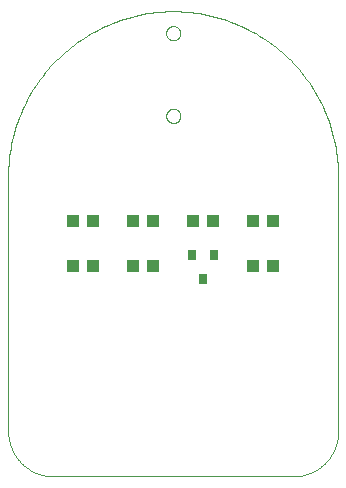
<source format=gtp>
G75*
%MOIN*%
%OFA0B0*%
%FSLAX25Y25*%
%IPPOS*%
%LPD*%
%AMOC8*
5,1,8,0,0,1.08239X$1,22.5*
%
%ADD10R,0.03150X0.03543*%
%ADD11R,0.04331X0.03937*%
%ADD12C,0.00000*%
D10*
X0068060Y0092943D03*
X0071800Y0084675D03*
X0075540Y0092943D03*
D11*
X0075146Y0104006D03*
X0068454Y0104006D03*
X0055146Y0104006D03*
X0048454Y0104006D03*
X0048454Y0089006D03*
X0055146Y0089006D03*
X0035146Y0089006D03*
X0028454Y0089006D03*
X0028454Y0104006D03*
X0035146Y0104006D03*
X0088454Y0104006D03*
X0095146Y0104006D03*
X0095146Y0089006D03*
X0088454Y0089006D03*
D12*
X0101800Y0019006D02*
X0021800Y0019006D01*
X0021438Y0019010D01*
X0021075Y0019024D01*
X0020713Y0019045D01*
X0020352Y0019076D01*
X0019992Y0019115D01*
X0019633Y0019163D01*
X0019275Y0019220D01*
X0018918Y0019285D01*
X0018563Y0019359D01*
X0018210Y0019442D01*
X0017859Y0019533D01*
X0017511Y0019632D01*
X0017165Y0019740D01*
X0016821Y0019856D01*
X0016481Y0019981D01*
X0016144Y0020113D01*
X0015810Y0020254D01*
X0015479Y0020403D01*
X0015152Y0020560D01*
X0014829Y0020724D01*
X0014510Y0020896D01*
X0014196Y0021076D01*
X0013885Y0021264D01*
X0013580Y0021459D01*
X0013279Y0021661D01*
X0012983Y0021871D01*
X0012693Y0022087D01*
X0012407Y0022311D01*
X0012127Y0022541D01*
X0011853Y0022778D01*
X0011585Y0023022D01*
X0011322Y0023272D01*
X0011066Y0023528D01*
X0010816Y0023791D01*
X0010572Y0024059D01*
X0010335Y0024333D01*
X0010105Y0024613D01*
X0009881Y0024899D01*
X0009665Y0025189D01*
X0009455Y0025485D01*
X0009253Y0025786D01*
X0009058Y0026091D01*
X0008870Y0026402D01*
X0008690Y0026716D01*
X0008518Y0027035D01*
X0008354Y0027358D01*
X0008197Y0027685D01*
X0008048Y0028016D01*
X0007907Y0028350D01*
X0007775Y0028687D01*
X0007650Y0029027D01*
X0007534Y0029371D01*
X0007426Y0029717D01*
X0007327Y0030065D01*
X0007236Y0030416D01*
X0007153Y0030769D01*
X0007079Y0031124D01*
X0007014Y0031481D01*
X0006957Y0031839D01*
X0006909Y0032198D01*
X0006870Y0032558D01*
X0006839Y0032919D01*
X0006818Y0033281D01*
X0006804Y0033644D01*
X0006800Y0034006D01*
X0006800Y0119006D01*
X0006816Y0120345D01*
X0006865Y0121684D01*
X0006947Y0123021D01*
X0007061Y0124355D01*
X0007207Y0125687D01*
X0007386Y0127014D01*
X0007597Y0128337D01*
X0007841Y0129654D01*
X0008116Y0130965D01*
X0008423Y0132268D01*
X0008762Y0133564D01*
X0009132Y0134851D01*
X0009533Y0136129D01*
X0009966Y0137397D01*
X0010429Y0138654D01*
X0010923Y0139899D01*
X0011447Y0141132D01*
X0012000Y0142351D01*
X0012584Y0143557D01*
X0013196Y0144748D01*
X0013837Y0145924D01*
X0014507Y0147084D01*
X0015205Y0148227D01*
X0015930Y0149353D01*
X0016683Y0150461D01*
X0017462Y0151551D01*
X0018268Y0152621D01*
X0019099Y0153671D01*
X0019956Y0154700D01*
X0020838Y0155709D01*
X0021743Y0156695D01*
X0022673Y0157659D01*
X0023626Y0158601D01*
X0024601Y0159519D01*
X0025599Y0160412D01*
X0026618Y0161282D01*
X0027658Y0162126D01*
X0028718Y0162944D01*
X0029798Y0163737D01*
X0030896Y0164503D01*
X0032014Y0165242D01*
X0033148Y0165954D01*
X0034300Y0166637D01*
X0035468Y0167293D01*
X0036652Y0167920D01*
X0037850Y0168518D01*
X0039063Y0169086D01*
X0040289Y0169625D01*
X0041528Y0170134D01*
X0042779Y0170612D01*
X0044042Y0171060D01*
X0045314Y0171477D01*
X0046597Y0171863D01*
X0047889Y0172218D01*
X0049189Y0172541D01*
X0050496Y0172832D01*
X0051810Y0173091D01*
X0053130Y0173318D01*
X0054455Y0173513D01*
X0055785Y0173676D01*
X0057118Y0173806D01*
X0058453Y0173904D01*
X0059791Y0173969D01*
X0061130Y0174002D01*
X0062470Y0174002D01*
X0063809Y0173969D01*
X0065147Y0173904D01*
X0066482Y0173806D01*
X0067815Y0173676D01*
X0069145Y0173513D01*
X0070470Y0173318D01*
X0071790Y0173091D01*
X0073104Y0172832D01*
X0074411Y0172541D01*
X0075711Y0172218D01*
X0077003Y0171863D01*
X0078286Y0171477D01*
X0079558Y0171060D01*
X0080821Y0170612D01*
X0082072Y0170134D01*
X0083311Y0169625D01*
X0084537Y0169086D01*
X0085750Y0168518D01*
X0086948Y0167920D01*
X0088132Y0167293D01*
X0089300Y0166637D01*
X0090452Y0165954D01*
X0091586Y0165242D01*
X0092704Y0164503D01*
X0093802Y0163737D01*
X0094882Y0162944D01*
X0095942Y0162126D01*
X0096982Y0161282D01*
X0098001Y0160412D01*
X0098999Y0159519D01*
X0099974Y0158601D01*
X0100927Y0157659D01*
X0101857Y0156695D01*
X0102762Y0155709D01*
X0103644Y0154700D01*
X0104501Y0153671D01*
X0105332Y0152621D01*
X0106138Y0151551D01*
X0106917Y0150461D01*
X0107670Y0149353D01*
X0108395Y0148227D01*
X0109093Y0147084D01*
X0109763Y0145924D01*
X0110404Y0144748D01*
X0111016Y0143557D01*
X0111600Y0142351D01*
X0112153Y0141132D01*
X0112677Y0139899D01*
X0113171Y0138654D01*
X0113634Y0137397D01*
X0114067Y0136129D01*
X0114468Y0134851D01*
X0114838Y0133564D01*
X0115177Y0132268D01*
X0115484Y0130965D01*
X0115759Y0129654D01*
X0116003Y0128337D01*
X0116214Y0127014D01*
X0116393Y0125687D01*
X0116539Y0124355D01*
X0116653Y0123021D01*
X0116735Y0121684D01*
X0116784Y0120345D01*
X0116800Y0119006D01*
X0116800Y0034006D01*
X0116796Y0033644D01*
X0116782Y0033281D01*
X0116761Y0032919D01*
X0116730Y0032558D01*
X0116691Y0032198D01*
X0116643Y0031839D01*
X0116586Y0031481D01*
X0116521Y0031124D01*
X0116447Y0030769D01*
X0116364Y0030416D01*
X0116273Y0030065D01*
X0116174Y0029717D01*
X0116066Y0029371D01*
X0115950Y0029027D01*
X0115825Y0028687D01*
X0115693Y0028350D01*
X0115552Y0028016D01*
X0115403Y0027685D01*
X0115246Y0027358D01*
X0115082Y0027035D01*
X0114910Y0026716D01*
X0114730Y0026402D01*
X0114542Y0026091D01*
X0114347Y0025786D01*
X0114145Y0025485D01*
X0113935Y0025189D01*
X0113719Y0024899D01*
X0113495Y0024613D01*
X0113265Y0024333D01*
X0113028Y0024059D01*
X0112784Y0023791D01*
X0112534Y0023528D01*
X0112278Y0023272D01*
X0112015Y0023022D01*
X0111747Y0022778D01*
X0111473Y0022541D01*
X0111193Y0022311D01*
X0110907Y0022087D01*
X0110617Y0021871D01*
X0110321Y0021661D01*
X0110020Y0021459D01*
X0109715Y0021264D01*
X0109404Y0021076D01*
X0109090Y0020896D01*
X0108771Y0020724D01*
X0108448Y0020560D01*
X0108121Y0020403D01*
X0107790Y0020254D01*
X0107456Y0020113D01*
X0107119Y0019981D01*
X0106779Y0019856D01*
X0106435Y0019740D01*
X0106089Y0019632D01*
X0105741Y0019533D01*
X0105390Y0019442D01*
X0105037Y0019359D01*
X0104682Y0019285D01*
X0104325Y0019220D01*
X0103967Y0019163D01*
X0103608Y0019115D01*
X0103248Y0019076D01*
X0102887Y0019045D01*
X0102525Y0019024D01*
X0102162Y0019010D01*
X0101800Y0019006D01*
X0059438Y0139163D02*
X0059440Y0139260D01*
X0059446Y0139357D01*
X0059456Y0139453D01*
X0059470Y0139549D01*
X0059488Y0139645D01*
X0059509Y0139739D01*
X0059535Y0139833D01*
X0059564Y0139925D01*
X0059598Y0140016D01*
X0059634Y0140106D01*
X0059675Y0140194D01*
X0059719Y0140280D01*
X0059767Y0140365D01*
X0059818Y0140447D01*
X0059872Y0140528D01*
X0059930Y0140606D01*
X0059991Y0140681D01*
X0060054Y0140754D01*
X0060121Y0140825D01*
X0060191Y0140892D01*
X0060263Y0140957D01*
X0060338Y0141018D01*
X0060416Y0141077D01*
X0060495Y0141132D01*
X0060577Y0141184D01*
X0060661Y0141232D01*
X0060747Y0141277D01*
X0060835Y0141319D01*
X0060924Y0141357D01*
X0061015Y0141391D01*
X0061107Y0141421D01*
X0061200Y0141448D01*
X0061295Y0141470D01*
X0061390Y0141489D01*
X0061486Y0141504D01*
X0061582Y0141515D01*
X0061679Y0141522D01*
X0061776Y0141525D01*
X0061873Y0141524D01*
X0061970Y0141519D01*
X0062066Y0141510D01*
X0062162Y0141497D01*
X0062258Y0141480D01*
X0062353Y0141459D01*
X0062446Y0141435D01*
X0062539Y0141406D01*
X0062631Y0141374D01*
X0062721Y0141338D01*
X0062809Y0141299D01*
X0062896Y0141255D01*
X0062981Y0141209D01*
X0063064Y0141158D01*
X0063145Y0141105D01*
X0063223Y0141048D01*
X0063300Y0140988D01*
X0063373Y0140925D01*
X0063444Y0140859D01*
X0063512Y0140790D01*
X0063578Y0140718D01*
X0063640Y0140644D01*
X0063699Y0140567D01*
X0063755Y0140488D01*
X0063808Y0140406D01*
X0063858Y0140323D01*
X0063903Y0140237D01*
X0063946Y0140150D01*
X0063985Y0140061D01*
X0064020Y0139971D01*
X0064051Y0139879D01*
X0064078Y0139786D01*
X0064102Y0139692D01*
X0064122Y0139597D01*
X0064138Y0139501D01*
X0064150Y0139405D01*
X0064158Y0139308D01*
X0064162Y0139211D01*
X0064162Y0139115D01*
X0064158Y0139018D01*
X0064150Y0138921D01*
X0064138Y0138825D01*
X0064122Y0138729D01*
X0064102Y0138634D01*
X0064078Y0138540D01*
X0064051Y0138447D01*
X0064020Y0138355D01*
X0063985Y0138265D01*
X0063946Y0138176D01*
X0063903Y0138089D01*
X0063858Y0138003D01*
X0063808Y0137920D01*
X0063755Y0137838D01*
X0063699Y0137759D01*
X0063640Y0137682D01*
X0063578Y0137608D01*
X0063512Y0137536D01*
X0063444Y0137467D01*
X0063373Y0137401D01*
X0063300Y0137338D01*
X0063223Y0137278D01*
X0063145Y0137221D01*
X0063064Y0137168D01*
X0062981Y0137117D01*
X0062896Y0137071D01*
X0062809Y0137027D01*
X0062721Y0136988D01*
X0062631Y0136952D01*
X0062539Y0136920D01*
X0062446Y0136891D01*
X0062353Y0136867D01*
X0062258Y0136846D01*
X0062162Y0136829D01*
X0062066Y0136816D01*
X0061970Y0136807D01*
X0061873Y0136802D01*
X0061776Y0136801D01*
X0061679Y0136804D01*
X0061582Y0136811D01*
X0061486Y0136822D01*
X0061390Y0136837D01*
X0061295Y0136856D01*
X0061200Y0136878D01*
X0061107Y0136905D01*
X0061015Y0136935D01*
X0060924Y0136969D01*
X0060835Y0137007D01*
X0060747Y0137049D01*
X0060661Y0137094D01*
X0060577Y0137142D01*
X0060495Y0137194D01*
X0060416Y0137249D01*
X0060338Y0137308D01*
X0060263Y0137369D01*
X0060191Y0137434D01*
X0060121Y0137501D01*
X0060054Y0137572D01*
X0059991Y0137645D01*
X0059930Y0137720D01*
X0059872Y0137798D01*
X0059818Y0137879D01*
X0059767Y0137961D01*
X0059719Y0138046D01*
X0059675Y0138132D01*
X0059634Y0138220D01*
X0059598Y0138310D01*
X0059564Y0138401D01*
X0059535Y0138493D01*
X0059509Y0138587D01*
X0059488Y0138681D01*
X0059470Y0138777D01*
X0059456Y0138873D01*
X0059446Y0138969D01*
X0059440Y0139066D01*
X0059438Y0139163D01*
X0059438Y0166722D02*
X0059440Y0166819D01*
X0059446Y0166916D01*
X0059456Y0167012D01*
X0059470Y0167108D01*
X0059488Y0167204D01*
X0059509Y0167298D01*
X0059535Y0167392D01*
X0059564Y0167484D01*
X0059598Y0167575D01*
X0059634Y0167665D01*
X0059675Y0167753D01*
X0059719Y0167839D01*
X0059767Y0167924D01*
X0059818Y0168006D01*
X0059872Y0168087D01*
X0059930Y0168165D01*
X0059991Y0168240D01*
X0060054Y0168313D01*
X0060121Y0168384D01*
X0060191Y0168451D01*
X0060263Y0168516D01*
X0060338Y0168577D01*
X0060416Y0168636D01*
X0060495Y0168691D01*
X0060577Y0168743D01*
X0060661Y0168791D01*
X0060747Y0168836D01*
X0060835Y0168878D01*
X0060924Y0168916D01*
X0061015Y0168950D01*
X0061107Y0168980D01*
X0061200Y0169007D01*
X0061295Y0169029D01*
X0061390Y0169048D01*
X0061486Y0169063D01*
X0061582Y0169074D01*
X0061679Y0169081D01*
X0061776Y0169084D01*
X0061873Y0169083D01*
X0061970Y0169078D01*
X0062066Y0169069D01*
X0062162Y0169056D01*
X0062258Y0169039D01*
X0062353Y0169018D01*
X0062446Y0168994D01*
X0062539Y0168965D01*
X0062631Y0168933D01*
X0062721Y0168897D01*
X0062809Y0168858D01*
X0062896Y0168814D01*
X0062981Y0168768D01*
X0063064Y0168717D01*
X0063145Y0168664D01*
X0063223Y0168607D01*
X0063300Y0168547D01*
X0063373Y0168484D01*
X0063444Y0168418D01*
X0063512Y0168349D01*
X0063578Y0168277D01*
X0063640Y0168203D01*
X0063699Y0168126D01*
X0063755Y0168047D01*
X0063808Y0167965D01*
X0063858Y0167882D01*
X0063903Y0167796D01*
X0063946Y0167709D01*
X0063985Y0167620D01*
X0064020Y0167530D01*
X0064051Y0167438D01*
X0064078Y0167345D01*
X0064102Y0167251D01*
X0064122Y0167156D01*
X0064138Y0167060D01*
X0064150Y0166964D01*
X0064158Y0166867D01*
X0064162Y0166770D01*
X0064162Y0166674D01*
X0064158Y0166577D01*
X0064150Y0166480D01*
X0064138Y0166384D01*
X0064122Y0166288D01*
X0064102Y0166193D01*
X0064078Y0166099D01*
X0064051Y0166006D01*
X0064020Y0165914D01*
X0063985Y0165824D01*
X0063946Y0165735D01*
X0063903Y0165648D01*
X0063858Y0165562D01*
X0063808Y0165479D01*
X0063755Y0165397D01*
X0063699Y0165318D01*
X0063640Y0165241D01*
X0063578Y0165167D01*
X0063512Y0165095D01*
X0063444Y0165026D01*
X0063373Y0164960D01*
X0063300Y0164897D01*
X0063223Y0164837D01*
X0063145Y0164780D01*
X0063064Y0164727D01*
X0062981Y0164676D01*
X0062896Y0164630D01*
X0062809Y0164586D01*
X0062721Y0164547D01*
X0062631Y0164511D01*
X0062539Y0164479D01*
X0062446Y0164450D01*
X0062353Y0164426D01*
X0062258Y0164405D01*
X0062162Y0164388D01*
X0062066Y0164375D01*
X0061970Y0164366D01*
X0061873Y0164361D01*
X0061776Y0164360D01*
X0061679Y0164363D01*
X0061582Y0164370D01*
X0061486Y0164381D01*
X0061390Y0164396D01*
X0061295Y0164415D01*
X0061200Y0164437D01*
X0061107Y0164464D01*
X0061015Y0164494D01*
X0060924Y0164528D01*
X0060835Y0164566D01*
X0060747Y0164608D01*
X0060661Y0164653D01*
X0060577Y0164701D01*
X0060495Y0164753D01*
X0060416Y0164808D01*
X0060338Y0164867D01*
X0060263Y0164928D01*
X0060191Y0164993D01*
X0060121Y0165060D01*
X0060054Y0165131D01*
X0059991Y0165204D01*
X0059930Y0165279D01*
X0059872Y0165357D01*
X0059818Y0165438D01*
X0059767Y0165520D01*
X0059719Y0165605D01*
X0059675Y0165691D01*
X0059634Y0165779D01*
X0059598Y0165869D01*
X0059564Y0165960D01*
X0059535Y0166052D01*
X0059509Y0166146D01*
X0059488Y0166240D01*
X0059470Y0166336D01*
X0059456Y0166432D01*
X0059446Y0166528D01*
X0059440Y0166625D01*
X0059438Y0166722D01*
M02*

</source>
